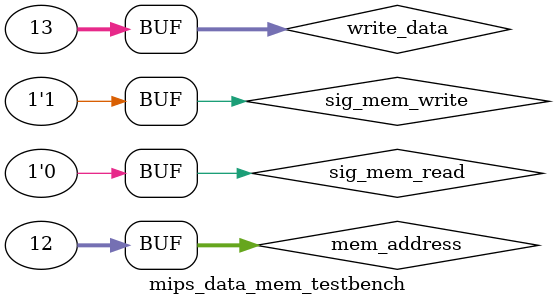
<source format=v>
`define DELAY 20

module mips_data_mem_testbench();

wire [31:0] read_data; 
reg [31:0] mem_address;   //datanin yazilacagi adres
reg [31:0] write_data;    // memorye yazilacak olan data 
reg sig_mem_read;       //control unitten gelen memoryden okuma sinyali
reg sig_mem_write;			//control unitten gelen momorye yazma sinyali

mips_data_mem tester(read_data, mem_address, write_data, sig_mem_read, sig_mem_write);

initial begin
mem_address=0; write_data=0; sig_mem_read=0; sig_mem_write=0;
#`DELAY
mem_address=0; write_data=0; sig_mem_read=1; sig_mem_write=0;
#`DELAY 
mem_address=3; write_data=0; sig_mem_read=1; sig_mem_write=0;
#`DELAY
mem_address=1; write_data=8; sig_mem_read=0; sig_mem_write=1;  //memorye yazma
#`DELAY
mem_address=12; write_data=13; sig_mem_read=0; sig_mem_write=1;

end

initial
begin
$monitor("time=%2d,read_data=%1d, mem_address=%1d, write_data=%1d, sig_mem_read=%1d, sig_mem_write=%1d",$time,read_data, mem_address, write_data, sig_mem_read, sig_mem_write);
end

endmodule
</source>
